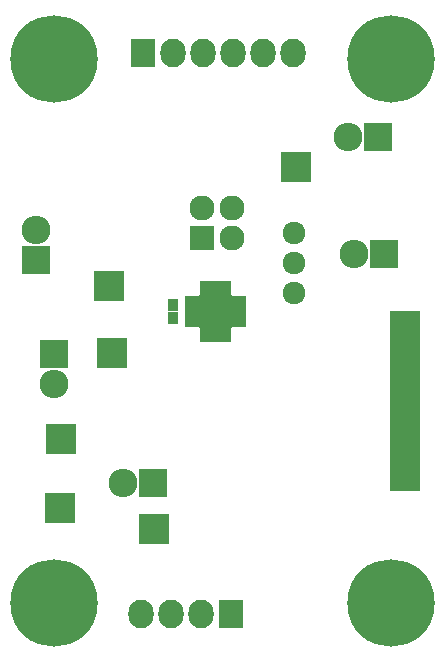
<source format=gbs>
G04 #@! TF.FileFunction,Soldermask,Bot*
%FSLAX46Y46*%
G04 Gerber Fmt 4.6, Leading zero omitted, Abs format (unit mm)*
G04 Created by KiCad (PCBNEW 4.0.4+e1-6308~48~ubuntu16.04.1-stable) date Tue Oct 11 09:38:20 2016*
%MOMM*%
%LPD*%
G01*
G04 APERTURE LIST*
%ADD10C,0.100000*%
%ADD11R,0.900000X1.000000*%
%ADD12R,2.432000X2.432000*%
%ADD13O,2.432000X2.432000*%
%ADD14R,2.635200X2.635200*%
%ADD15R,2.127200X2.432000*%
%ADD16O,2.127200X2.432000*%
%ADD17R,2.127200X2.127200*%
%ADD18O,2.127200X2.127200*%
%ADD19C,1.924000*%
%ADD20R,0.750000X1.200000*%
%ADD21R,1.200000X0.750000*%
%ADD22R,1.650000X1.650000*%
%ADD23C,7.400000*%
G04 APERTURE END LIST*
D10*
D11*
X150525000Y-132800000D03*
X150525000Y-133900000D03*
D12*
X140462000Y-136969500D03*
D13*
X140462000Y-139509500D03*
D12*
X148875000Y-147900000D03*
D13*
X146335000Y-147900000D03*
D14*
X145380000Y-136910000D03*
X141097000Y-144145000D03*
X148925000Y-151750000D03*
X141000000Y-150000000D03*
X170180000Y-147320000D03*
X145150000Y-131200000D03*
X160930000Y-121100000D03*
X170180000Y-137160000D03*
X170180000Y-134620000D03*
D15*
X155500000Y-159000000D03*
D16*
X152960000Y-159000000D03*
X150420000Y-159000000D03*
X147880000Y-159000000D03*
D17*
X152985000Y-127140000D03*
D18*
X152985000Y-124600000D03*
X155525000Y-127140000D03*
X155525000Y-124600000D03*
D14*
X170180000Y-139700000D03*
X170180000Y-142240000D03*
X170180000Y-144780000D03*
D12*
X167894000Y-118554500D03*
D13*
X165354000Y-118554500D03*
D12*
X138938000Y-129032000D03*
D13*
X138938000Y-126492000D03*
D12*
X168402000Y-128460500D03*
D13*
X165862000Y-128460500D03*
D15*
X148000000Y-111500000D03*
D16*
X150540000Y-111500000D03*
X153080000Y-111500000D03*
X155620000Y-111500000D03*
X158160000Y-111500000D03*
X160700000Y-111500000D03*
D19*
X160782000Y-129286000D03*
X160782000Y-126746000D03*
X160782000Y-131826000D03*
D20*
X153150000Y-131350000D03*
X153800000Y-131350000D03*
X154450000Y-131350000D03*
X155100000Y-131350000D03*
D21*
X156125000Y-132375000D03*
X156125000Y-133025000D03*
X156125000Y-133675000D03*
X156125000Y-134325000D03*
D20*
X155100000Y-135350000D03*
X154450000Y-135350000D03*
X153800000Y-135350000D03*
X153150000Y-135350000D03*
D21*
X152125000Y-134325000D03*
X152125000Y-133675000D03*
X152125000Y-133025000D03*
X152125000Y-132375000D03*
D22*
X154750000Y-133975000D03*
X153500000Y-133975000D03*
X154750000Y-132725000D03*
X153500000Y-132725000D03*
D23*
X169000000Y-112000000D03*
X140500000Y-112000000D03*
X169000000Y-158000000D03*
X140500000Y-158000000D03*
M02*

</source>
